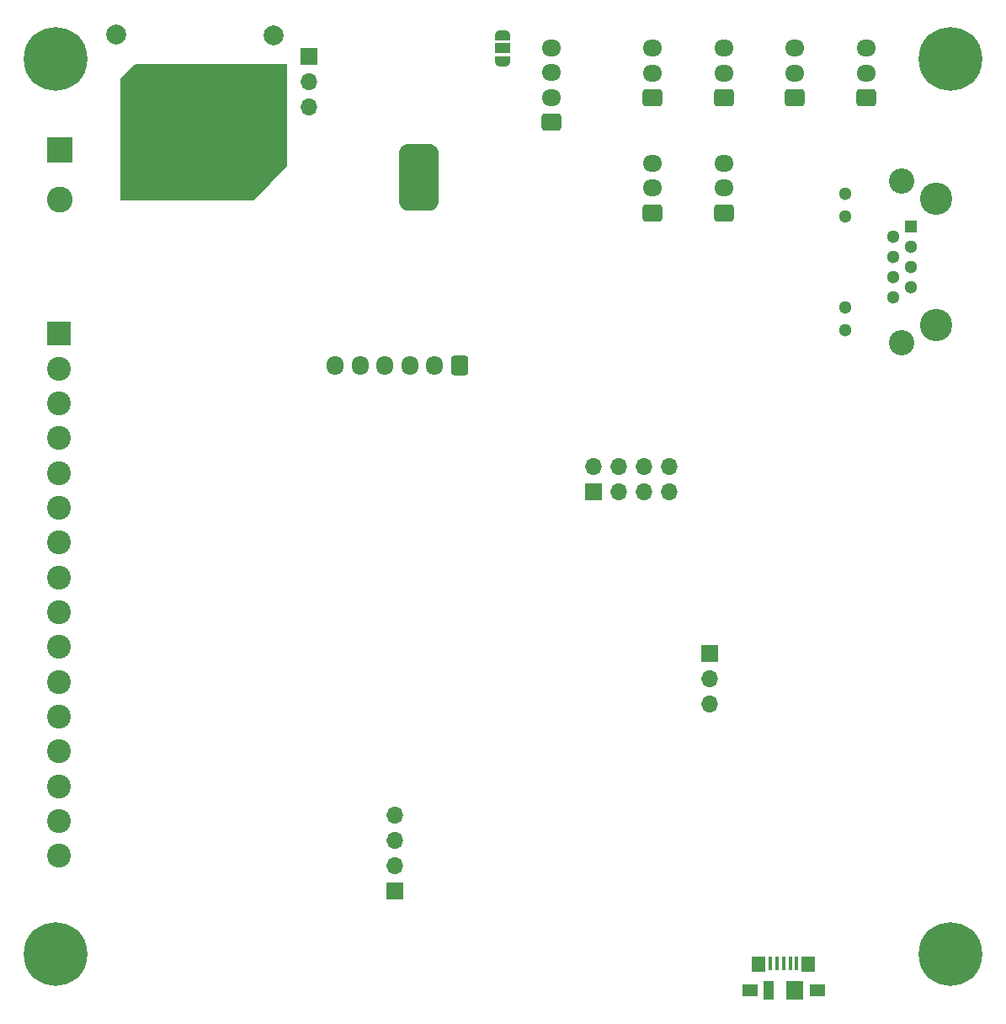
<source format=gbr>
%TF.GenerationSoftware,KiCad,Pcbnew,(6.0.0)*%
%TF.CreationDate,2022-01-23T23:40:48+07:00*%
%TF.ProjectId,NarwhelMainV2,4e617277-6865-46c4-9d61-696e56322e6b,rev?*%
%TF.SameCoordinates,Original*%
%TF.FileFunction,Soldermask,Bot*%
%TF.FilePolarity,Negative*%
%FSLAX46Y46*%
G04 Gerber Fmt 4.6, Leading zero omitted, Abs format (unit mm)*
G04 Created by KiCad (PCBNEW (6.0.0)) date 2022-01-23 23:40:48*
%MOMM*%
%LPD*%
G01*
G04 APERTURE LIST*
G04 Aperture macros list*
%AMRoundRect*
0 Rectangle with rounded corners*
0 $1 Rounding radius*
0 $2 $3 $4 $5 $6 $7 $8 $9 X,Y pos of 4 corners*
0 Add a 4 corners polygon primitive as box body*
4,1,4,$2,$3,$4,$5,$6,$7,$8,$9,$2,$3,0*
0 Add four circle primitives for the rounded corners*
1,1,$1+$1,$2,$3*
1,1,$1+$1,$4,$5*
1,1,$1+$1,$6,$7*
1,1,$1+$1,$8,$9*
0 Add four rect primitives between the rounded corners*
20,1,$1+$1,$2,$3,$4,$5,0*
20,1,$1+$1,$4,$5,$6,$7,0*
20,1,$1+$1,$6,$7,$8,$9,0*
20,1,$1+$1,$8,$9,$2,$3,0*%
%AMFreePoly0*
4,1,22,0.550000,-0.750000,0.000000,-0.750000,0.000000,-0.745033,-0.079941,-0.743568,-0.215256,-0.701293,-0.333266,-0.622738,-0.424486,-0.514219,-0.481581,-0.384460,-0.499164,-0.250000,-0.500000,-0.250000,-0.500000,0.250000,-0.499164,0.250000,-0.499963,0.256109,-0.478152,0.396186,-0.417904,0.524511,-0.324060,0.630769,-0.204165,0.706417,-0.067858,0.745374,0.000000,0.744959,0.000000,0.750000,
0.550000,0.750000,0.550000,-0.750000,0.550000,-0.750000,$1*%
%AMFreePoly1*
4,1,20,0.000000,0.744959,0.073905,0.744508,0.209726,0.703889,0.328688,0.626782,0.421226,0.519385,0.479903,0.390333,0.500000,0.250000,0.500000,-0.250000,0.499851,-0.262216,0.476331,-0.402017,0.414519,-0.529596,0.319384,-0.634700,0.198574,-0.708877,0.061801,-0.746166,0.000000,-0.745033,0.000000,-0.750000,-0.550000,-0.750000,-0.550000,0.750000,0.000000,0.750000,0.000000,0.744959,
0.000000,0.744959,$1*%
G04 Aperture macros list end*
%ADD10RoundRect,0.250000X0.725000X-0.600000X0.725000X0.600000X-0.725000X0.600000X-0.725000X-0.600000X0*%
%ADD11O,1.950000X1.700000*%
%ADD12R,1.700000X1.700000*%
%ADD13O,1.700000X1.700000*%
%ADD14C,0.800000*%
%ADD15C,6.400000*%
%ADD16R,2.400000X2.400000*%
%ADD17C,2.400000*%
%ADD18R,2.600000X2.600000*%
%ADD19C,2.600000*%
%ADD20C,3.250000*%
%ADD21R,1.300000X1.300000*%
%ADD22C,1.300000*%
%ADD23C,2.550000*%
%ADD24RoundRect,0.250000X0.600000X0.725000X-0.600000X0.725000X-0.600000X-0.725000X0.600000X-0.725000X0*%
%ADD25O,1.700000X1.950000*%
%ADD26C,2.000000*%
%ADD27R,0.450000X1.380000*%
%ADD28R,1.425000X1.550000*%
%ADD29R,1.650000X1.300000*%
%ADD30R,1.000000X1.900000*%
%ADD31R,1.800000X1.900000*%
%ADD32FreePoly0,270.000000*%
%ADD33R,1.500000X1.000000*%
%ADD34FreePoly1,270.000000*%
G04 APERTURE END LIST*
D10*
%TO.C,J8*%
X165025000Y-65450000D03*
D11*
X165025000Y-62950000D03*
X165025000Y-60450000D03*
%TD*%
D12*
%TO.C,J7*%
X130500000Y-49760000D03*
D13*
X130500000Y-52300000D03*
X130500000Y-54840000D03*
%TD*%
D14*
%TO.C,H1*%
X103302944Y-48302944D03*
X106697056Y-48302944D03*
D15*
X105000000Y-50000000D03*
D14*
X106697056Y-51697056D03*
X102600000Y-50000000D03*
X105000000Y-47600000D03*
X105000000Y-52400000D03*
X107400000Y-50000000D03*
X103302944Y-51697056D03*
%TD*%
D10*
%TO.C,J12*%
X179350000Y-53900000D03*
D11*
X179350000Y-51400000D03*
X179350000Y-48900000D03*
%TD*%
D16*
%TO.C,J4*%
X105275000Y-77600000D03*
D17*
X105275000Y-81100000D03*
X105275000Y-84600000D03*
X105275000Y-88100000D03*
X105275000Y-91600000D03*
X105275000Y-95100000D03*
X105275000Y-98600000D03*
X105275000Y-102100000D03*
X105275000Y-105600000D03*
X105275000Y-109100000D03*
X105275000Y-112600000D03*
X105275000Y-116100000D03*
X105275000Y-119600000D03*
X105275000Y-123100000D03*
X105275000Y-126600000D03*
X105275000Y-130100000D03*
%TD*%
D18*
%TO.C,J6*%
X105395000Y-59100000D03*
D19*
X105395000Y-64100000D03*
%TD*%
D12*
%TO.C,J5*%
X139075000Y-133650000D03*
D13*
X139075000Y-131110000D03*
X139075000Y-128570000D03*
X139075000Y-126030000D03*
%TD*%
D14*
%TO.C,H3*%
X103302944Y-141697056D03*
X103302944Y-138302944D03*
X107400000Y-140000000D03*
X105000000Y-137600000D03*
X105000000Y-142400000D03*
X106697056Y-141697056D03*
X102600000Y-140000000D03*
X106697056Y-138302944D03*
D15*
X105000000Y-140000000D03*
%TD*%
D10*
%TO.C,J11*%
X172225000Y-53900000D03*
D11*
X172225000Y-51400000D03*
X172225000Y-48900000D03*
%TD*%
D20*
%TO.C,J3*%
X193515000Y-76755000D03*
X193515000Y-64055000D03*
D21*
X190975000Y-66835000D03*
D22*
X189195000Y-67855000D03*
X190975000Y-68875000D03*
X189195000Y-69895000D03*
X190975000Y-70915000D03*
X189195000Y-71935000D03*
X190975000Y-72955000D03*
X189195000Y-73975000D03*
X184375000Y-63545000D03*
X184375000Y-65835000D03*
X184375000Y-74975000D03*
X184375000Y-77265000D03*
D23*
X190085000Y-62280000D03*
X190085000Y-78530000D03*
%TD*%
D12*
%TO.C,J1*%
X170725000Y-109725000D03*
D13*
X170725000Y-112265000D03*
X170725000Y-114805000D03*
%TD*%
D24*
%TO.C,J16*%
X145600000Y-80800000D03*
D25*
X143100000Y-80800000D03*
X140600000Y-80800000D03*
X138100000Y-80800000D03*
X135600000Y-80800000D03*
X133100000Y-80800000D03*
%TD*%
D26*
%TO.C,TP1*%
X111100000Y-47500000D03*
%TD*%
D14*
%TO.C,H4*%
X193302944Y-138302944D03*
X196697056Y-141697056D03*
X196697056Y-138302944D03*
D15*
X195000000Y-140000000D03*
D14*
X195000000Y-137600000D03*
X195000000Y-142400000D03*
X192600000Y-140000000D03*
X197400000Y-140000000D03*
X193302944Y-141697056D03*
%TD*%
D26*
%TO.C,TP2*%
X126900000Y-47600000D03*
%TD*%
D10*
%TO.C,J9*%
X172225000Y-65450000D03*
D11*
X172225000Y-62950000D03*
X172225000Y-60450000D03*
%TD*%
D10*
%TO.C,J15*%
X154875000Y-56350000D03*
D11*
X154875000Y-53850000D03*
X154875000Y-51350000D03*
X154875000Y-48850000D03*
%TD*%
D10*
%TO.C,J13*%
X186500000Y-53900000D03*
D11*
X186500000Y-51400000D03*
X186500000Y-48900000D03*
%TD*%
D14*
%TO.C,H2*%
X193302944Y-51697056D03*
X197400000Y-50000000D03*
X195000000Y-47600000D03*
X196697056Y-51697056D03*
X195000000Y-52400000D03*
X196697056Y-48302944D03*
D15*
X195000000Y-50000000D03*
D14*
X193302944Y-48302944D03*
X192600000Y-50000000D03*
%TD*%
D12*
%TO.C,J2*%
X159100000Y-93475000D03*
D13*
X159100000Y-90935000D03*
X161640000Y-93475000D03*
X161640000Y-90935000D03*
X164180000Y-93475000D03*
X164180000Y-90935000D03*
X166720000Y-93475000D03*
X166720000Y-90935000D03*
%TD*%
D10*
%TO.C,J10*%
X165025000Y-53900000D03*
D11*
X165025000Y-51400000D03*
X165025000Y-48900000D03*
%TD*%
D27*
%TO.C,J14*%
X179500000Y-140940000D03*
X178850000Y-140940000D03*
X178200000Y-140940000D03*
X177550000Y-140940000D03*
X176900000Y-140940000D03*
D28*
X180687500Y-141025000D03*
D29*
X174825000Y-143600000D03*
D30*
X176650000Y-143600000D03*
D31*
X179350000Y-143600000D03*
D29*
X181575000Y-143600000D03*
D28*
X175712500Y-141025000D03*
%TD*%
D32*
%TO.C,JP3*%
X149900000Y-47600000D03*
D33*
X149900000Y-48900000D03*
D34*
X149900000Y-50200000D03*
%TD*%
G36*
X142506163Y-58500607D02*
G01*
X142682737Y-58517998D01*
X142706963Y-58522816D01*
X142870809Y-58572518D01*
X142893629Y-58581971D01*
X143044628Y-58662681D01*
X143065166Y-58676404D01*
X143197515Y-58785020D01*
X143214980Y-58802485D01*
X143323596Y-58934834D01*
X143337319Y-58955372D01*
X143418029Y-59106371D01*
X143427482Y-59129191D01*
X143477184Y-59293037D01*
X143482002Y-59317263D01*
X143499393Y-59493837D01*
X143500000Y-59506187D01*
X143500000Y-64243813D01*
X143499393Y-64256163D01*
X143482002Y-64432737D01*
X143477184Y-64456963D01*
X143427482Y-64620809D01*
X143418029Y-64643629D01*
X143337319Y-64794628D01*
X143323596Y-64815166D01*
X143214980Y-64947515D01*
X143197515Y-64964980D01*
X143065166Y-65073596D01*
X143044628Y-65087319D01*
X142893629Y-65168029D01*
X142870809Y-65177482D01*
X142706963Y-65227184D01*
X142682737Y-65232002D01*
X142506163Y-65249393D01*
X142493813Y-65250000D01*
X140506187Y-65250000D01*
X140493837Y-65249393D01*
X140317263Y-65232002D01*
X140293037Y-65227184D01*
X140129191Y-65177482D01*
X140106371Y-65168029D01*
X139955372Y-65087319D01*
X139934834Y-65073596D01*
X139802485Y-64964980D01*
X139785020Y-64947515D01*
X139676404Y-64815166D01*
X139662681Y-64794628D01*
X139581971Y-64643629D01*
X139572518Y-64620809D01*
X139522816Y-64456963D01*
X139517998Y-64432737D01*
X139500607Y-64256163D01*
X139500000Y-64243813D01*
X139500000Y-59506187D01*
X139500607Y-59493837D01*
X139517998Y-59317263D01*
X139522816Y-59293037D01*
X139572518Y-59129191D01*
X139581971Y-59106371D01*
X139662681Y-58955372D01*
X139676404Y-58934834D01*
X139785020Y-58802485D01*
X139802485Y-58785020D01*
X139934834Y-58676404D01*
X139955372Y-58662681D01*
X140106371Y-58581971D01*
X140129191Y-58572518D01*
X140293037Y-58522816D01*
X140317263Y-58517998D01*
X140493837Y-58500607D01*
X140506187Y-58500000D01*
X142493813Y-58500000D01*
X142506163Y-58500607D01*
G37*
G36*
X128242121Y-50520002D02*
G01*
X128288614Y-50573658D01*
X128300000Y-50626000D01*
X128300000Y-60648876D01*
X128279998Y-60716997D01*
X128264377Y-60736671D01*
X124937113Y-64161795D01*
X124875301Y-64196719D01*
X124846736Y-64200000D01*
X111626000Y-64200000D01*
X111557879Y-64179998D01*
X111511386Y-64126342D01*
X111500000Y-64074000D01*
X111500000Y-52052190D01*
X111520002Y-51984069D01*
X111536905Y-51963095D01*
X112963095Y-50536905D01*
X113025407Y-50502879D01*
X113052190Y-50500000D01*
X128174000Y-50500000D01*
X128242121Y-50520002D01*
G37*
M02*

</source>
